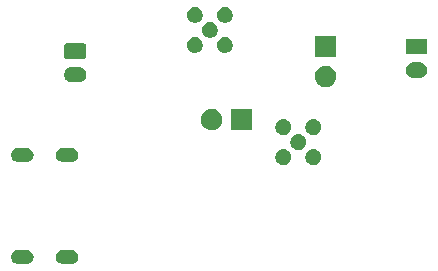
<source format=gbs>
G04 #@! TF.GenerationSoftware,KiCad,Pcbnew,(5.1.5-0)*
G04 #@! TF.CreationDate,2022-02-08T08:58:47-07:00*
G04 #@! TF.ProjectId,TPS61165-heater-v2,54505336-3131-4363-952d-686561746572,rev?*
G04 #@! TF.SameCoordinates,Original*
G04 #@! TF.FileFunction,Soldermask,Bot*
G04 #@! TF.FilePolarity,Negative*
%FSLAX46Y46*%
G04 Gerber Fmt 4.6, Leading zero omitted, Abs format (unit mm)*
G04 Created by KiCad (PCBNEW (5.1.5-0)) date 2022-02-08 08:58:47*
%MOMM*%
%LPD*%
G04 APERTURE LIST*
%ADD10C,0.100000*%
G04 APERTURE END LIST*
D10*
G36*
X122692818Y-84727696D02*
G01*
X122806105Y-84762062D01*
X122910512Y-84817869D01*
X123002027Y-84892973D01*
X123077131Y-84984488D01*
X123132938Y-85088895D01*
X123167304Y-85202182D01*
X123178907Y-85320000D01*
X123167304Y-85437818D01*
X123132938Y-85551105D01*
X123077131Y-85655512D01*
X123002027Y-85747027D01*
X122910512Y-85822131D01*
X122806105Y-85877938D01*
X122692818Y-85912304D01*
X122604519Y-85921000D01*
X121845481Y-85921000D01*
X121757182Y-85912304D01*
X121643895Y-85877938D01*
X121539488Y-85822131D01*
X121447973Y-85747027D01*
X121372869Y-85655512D01*
X121317062Y-85551105D01*
X121282696Y-85437818D01*
X121271093Y-85320000D01*
X121282696Y-85202182D01*
X121317062Y-85088895D01*
X121372869Y-84984488D01*
X121447973Y-84892973D01*
X121539488Y-84817869D01*
X121643895Y-84762062D01*
X121757182Y-84727696D01*
X121845481Y-84719000D01*
X122604519Y-84719000D01*
X122692818Y-84727696D01*
G37*
G36*
X118892818Y-84727696D02*
G01*
X119006105Y-84762062D01*
X119110512Y-84817869D01*
X119202027Y-84892973D01*
X119277131Y-84984488D01*
X119332938Y-85088895D01*
X119367304Y-85202182D01*
X119378907Y-85320000D01*
X119367304Y-85437818D01*
X119332938Y-85551105D01*
X119277131Y-85655512D01*
X119202027Y-85747027D01*
X119110512Y-85822131D01*
X119006105Y-85877938D01*
X118892818Y-85912304D01*
X118804519Y-85921000D01*
X118045481Y-85921000D01*
X117957182Y-85912304D01*
X117843895Y-85877938D01*
X117739488Y-85822131D01*
X117647973Y-85747027D01*
X117572869Y-85655512D01*
X117517062Y-85551105D01*
X117482696Y-85437818D01*
X117471093Y-85320000D01*
X117482696Y-85202182D01*
X117517062Y-85088895D01*
X117572869Y-84984488D01*
X117647973Y-84892973D01*
X117739488Y-84817869D01*
X117843895Y-84762062D01*
X117957182Y-84727696D01*
X118045481Y-84719000D01*
X118804519Y-84719000D01*
X118892818Y-84727696D01*
G37*
G36*
X143179300Y-76207595D02*
G01*
X143265724Y-76224786D01*
X143387838Y-76275367D01*
X143497738Y-76348800D01*
X143591200Y-76442262D01*
X143664633Y-76552162D01*
X143715214Y-76674276D01*
X143732405Y-76760700D01*
X143739788Y-76797816D01*
X143741000Y-76803912D01*
X143741000Y-76936088D01*
X143715214Y-77065724D01*
X143664633Y-77187838D01*
X143591200Y-77297738D01*
X143497738Y-77391200D01*
X143387838Y-77464633D01*
X143265724Y-77515214D01*
X143179300Y-77532405D01*
X143136089Y-77541000D01*
X143003911Y-77541000D01*
X142960700Y-77532405D01*
X142874276Y-77515214D01*
X142752162Y-77464633D01*
X142642262Y-77391200D01*
X142548800Y-77297738D01*
X142475367Y-77187838D01*
X142424786Y-77065724D01*
X142399000Y-76936088D01*
X142399000Y-76803912D01*
X142400213Y-76797816D01*
X142407595Y-76760700D01*
X142424786Y-76674276D01*
X142475367Y-76552162D01*
X142548800Y-76442262D01*
X142642262Y-76348800D01*
X142752162Y-76275367D01*
X142874276Y-76224786D01*
X142960700Y-76207595D01*
X143003911Y-76199000D01*
X143136089Y-76199000D01*
X143179300Y-76207595D01*
G37*
G36*
X140639300Y-76207595D02*
G01*
X140725724Y-76224786D01*
X140847838Y-76275367D01*
X140957738Y-76348800D01*
X141051200Y-76442262D01*
X141124633Y-76552162D01*
X141175214Y-76674276D01*
X141192405Y-76760700D01*
X141199788Y-76797816D01*
X141201000Y-76803912D01*
X141201000Y-76936088D01*
X141175214Y-77065724D01*
X141124633Y-77187838D01*
X141051200Y-77297738D01*
X140957738Y-77391200D01*
X140847838Y-77464633D01*
X140725724Y-77515214D01*
X140639300Y-77532405D01*
X140596089Y-77541000D01*
X140463911Y-77541000D01*
X140420700Y-77532405D01*
X140334276Y-77515214D01*
X140212162Y-77464633D01*
X140102262Y-77391200D01*
X140008800Y-77297738D01*
X139935367Y-77187838D01*
X139884786Y-77065724D01*
X139859000Y-76936088D01*
X139859000Y-76803912D01*
X139860213Y-76797816D01*
X139867595Y-76760700D01*
X139884786Y-76674276D01*
X139935367Y-76552162D01*
X140008800Y-76442262D01*
X140102262Y-76348800D01*
X140212162Y-76275367D01*
X140334276Y-76224786D01*
X140420700Y-76207595D01*
X140463911Y-76199000D01*
X140596089Y-76199000D01*
X140639300Y-76207595D01*
G37*
G36*
X122692818Y-76087696D02*
G01*
X122806105Y-76122062D01*
X122910512Y-76177869D01*
X123002027Y-76252973D01*
X123077131Y-76344488D01*
X123132938Y-76448895D01*
X123167304Y-76562182D01*
X123178907Y-76680000D01*
X123167304Y-76797818D01*
X123132938Y-76911105D01*
X123077131Y-77015512D01*
X123002027Y-77107027D01*
X122910512Y-77182131D01*
X122806105Y-77237938D01*
X122692818Y-77272304D01*
X122604519Y-77281000D01*
X121845481Y-77281000D01*
X121757182Y-77272304D01*
X121643895Y-77237938D01*
X121539488Y-77182131D01*
X121447973Y-77107027D01*
X121372869Y-77015512D01*
X121317062Y-76911105D01*
X121282696Y-76797818D01*
X121271093Y-76680000D01*
X121282696Y-76562182D01*
X121317062Y-76448895D01*
X121372869Y-76344488D01*
X121447973Y-76252973D01*
X121539488Y-76177869D01*
X121643895Y-76122062D01*
X121757182Y-76087696D01*
X121845481Y-76079000D01*
X122604519Y-76079000D01*
X122692818Y-76087696D01*
G37*
G36*
X118892818Y-76087696D02*
G01*
X119006105Y-76122062D01*
X119110512Y-76177869D01*
X119202027Y-76252973D01*
X119277131Y-76344488D01*
X119332938Y-76448895D01*
X119367304Y-76562182D01*
X119378907Y-76680000D01*
X119367304Y-76797818D01*
X119332938Y-76911105D01*
X119277131Y-77015512D01*
X119202027Y-77107027D01*
X119110512Y-77182131D01*
X119006105Y-77237938D01*
X118892818Y-77272304D01*
X118804519Y-77281000D01*
X118045481Y-77281000D01*
X117957182Y-77272304D01*
X117843895Y-77237938D01*
X117739488Y-77182131D01*
X117647973Y-77107027D01*
X117572869Y-77015512D01*
X117517062Y-76911105D01*
X117482696Y-76797818D01*
X117471093Y-76680000D01*
X117482696Y-76562182D01*
X117517062Y-76448895D01*
X117572869Y-76344488D01*
X117647973Y-76252973D01*
X117739488Y-76177869D01*
X117843895Y-76122062D01*
X117957182Y-76087696D01*
X118045481Y-76079000D01*
X118804519Y-76079000D01*
X118892818Y-76087696D01*
G37*
G36*
X141909300Y-74937595D02*
G01*
X141995724Y-74954786D01*
X142117838Y-75005367D01*
X142227738Y-75078800D01*
X142321200Y-75172262D01*
X142394633Y-75282162D01*
X142445214Y-75404276D01*
X142471000Y-75533912D01*
X142471000Y-75666088D01*
X142445214Y-75795724D01*
X142394633Y-75917838D01*
X142321200Y-76027738D01*
X142227738Y-76121200D01*
X142117838Y-76194633D01*
X141995724Y-76245214D01*
X141909300Y-76262405D01*
X141866089Y-76271000D01*
X141733911Y-76271000D01*
X141690700Y-76262405D01*
X141604276Y-76245214D01*
X141482162Y-76194633D01*
X141372262Y-76121200D01*
X141278800Y-76027738D01*
X141205367Y-75917838D01*
X141154786Y-75795724D01*
X141129000Y-75666088D01*
X141129000Y-75533912D01*
X141154786Y-75404276D01*
X141205367Y-75282162D01*
X141278800Y-75172262D01*
X141372262Y-75078800D01*
X141482162Y-75005367D01*
X141604276Y-74954786D01*
X141690700Y-74937595D01*
X141733911Y-74929000D01*
X141866089Y-74929000D01*
X141909300Y-74937595D01*
G37*
G36*
X140639300Y-73667595D02*
G01*
X140725724Y-73684786D01*
X140847838Y-73735367D01*
X140957738Y-73808800D01*
X141051200Y-73902262D01*
X141124633Y-74012162D01*
X141175214Y-74134276D01*
X141201000Y-74263912D01*
X141201000Y-74396088D01*
X141175214Y-74525724D01*
X141124633Y-74647838D01*
X141051200Y-74757738D01*
X140957738Y-74851200D01*
X140847838Y-74924633D01*
X140725724Y-74975214D01*
X140639300Y-74992405D01*
X140596089Y-75001000D01*
X140463911Y-75001000D01*
X140420700Y-74992405D01*
X140334276Y-74975214D01*
X140212162Y-74924633D01*
X140102262Y-74851200D01*
X140008800Y-74757738D01*
X139935367Y-74647838D01*
X139884786Y-74525724D01*
X139859000Y-74396088D01*
X139859000Y-74263912D01*
X139884786Y-74134276D01*
X139935367Y-74012162D01*
X140008800Y-73902262D01*
X140102262Y-73808800D01*
X140212162Y-73735367D01*
X140334276Y-73684786D01*
X140420700Y-73667595D01*
X140463911Y-73659000D01*
X140596089Y-73659000D01*
X140639300Y-73667595D01*
G37*
G36*
X143179300Y-73667595D02*
G01*
X143265724Y-73684786D01*
X143387838Y-73735367D01*
X143497738Y-73808800D01*
X143591200Y-73902262D01*
X143664633Y-74012162D01*
X143715214Y-74134276D01*
X143741000Y-74263912D01*
X143741000Y-74396088D01*
X143715214Y-74525724D01*
X143664633Y-74647838D01*
X143591200Y-74757738D01*
X143497738Y-74851200D01*
X143387838Y-74924633D01*
X143265724Y-74975214D01*
X143179300Y-74992405D01*
X143136089Y-75001000D01*
X143003911Y-75001000D01*
X142960700Y-74992405D01*
X142874276Y-74975214D01*
X142752162Y-74924633D01*
X142642262Y-74851200D01*
X142548800Y-74757738D01*
X142475367Y-74647838D01*
X142424786Y-74525724D01*
X142399000Y-74396088D01*
X142399000Y-74263912D01*
X142424786Y-74134276D01*
X142475367Y-74012162D01*
X142548800Y-73902262D01*
X142642262Y-73808800D01*
X142752162Y-73735367D01*
X142874276Y-73684786D01*
X142960700Y-73667595D01*
X143003911Y-73659000D01*
X143136089Y-73659000D01*
X143179300Y-73667595D01*
G37*
G36*
X137901000Y-74601000D02*
G01*
X136099000Y-74601000D01*
X136099000Y-72799000D01*
X137901000Y-72799000D01*
X137901000Y-74601000D01*
G37*
G36*
X134573512Y-72803927D02*
G01*
X134722812Y-72833624D01*
X134886784Y-72901544D01*
X135034354Y-73000147D01*
X135159853Y-73125646D01*
X135258456Y-73273216D01*
X135326376Y-73437188D01*
X135361000Y-73611259D01*
X135361000Y-73788741D01*
X135326376Y-73962812D01*
X135258456Y-74126784D01*
X135159853Y-74274354D01*
X135034354Y-74399853D01*
X134886784Y-74498456D01*
X134722812Y-74566376D01*
X134573512Y-74596073D01*
X134548742Y-74601000D01*
X134371258Y-74601000D01*
X134346488Y-74596073D01*
X134197188Y-74566376D01*
X134033216Y-74498456D01*
X133885646Y-74399853D01*
X133760147Y-74274354D01*
X133661544Y-74126784D01*
X133593624Y-73962812D01*
X133559000Y-73788741D01*
X133559000Y-73611259D01*
X133593624Y-73437188D01*
X133661544Y-73273216D01*
X133760147Y-73125646D01*
X133885646Y-73000147D01*
X134033216Y-72901544D01*
X134197188Y-72833624D01*
X134346488Y-72803927D01*
X134371258Y-72799000D01*
X134548742Y-72799000D01*
X134573512Y-72803927D01*
G37*
G36*
X144213512Y-69143927D02*
G01*
X144362812Y-69173624D01*
X144526784Y-69241544D01*
X144674354Y-69340147D01*
X144799853Y-69465646D01*
X144898456Y-69613216D01*
X144966376Y-69777188D01*
X145001000Y-69951259D01*
X145001000Y-70128741D01*
X144966376Y-70302812D01*
X144898456Y-70466784D01*
X144799853Y-70614354D01*
X144674354Y-70739853D01*
X144526784Y-70838456D01*
X144362812Y-70906376D01*
X144213512Y-70936073D01*
X144188742Y-70941000D01*
X144011258Y-70941000D01*
X143986488Y-70936073D01*
X143837188Y-70906376D01*
X143673216Y-70838456D01*
X143525646Y-70739853D01*
X143400147Y-70614354D01*
X143301544Y-70466784D01*
X143233624Y-70302812D01*
X143199000Y-70128741D01*
X143199000Y-69951259D01*
X143233624Y-69777188D01*
X143301544Y-69613216D01*
X143400147Y-69465646D01*
X143525646Y-69340147D01*
X143673216Y-69241544D01*
X143837188Y-69173624D01*
X143986488Y-69143927D01*
X144011258Y-69139000D01*
X144188742Y-69139000D01*
X144213512Y-69143927D01*
G37*
G36*
X123238855Y-69252140D02*
G01*
X123302618Y-69258420D01*
X123393404Y-69285960D01*
X123425336Y-69295646D01*
X123538425Y-69356094D01*
X123637554Y-69437446D01*
X123718906Y-69536575D01*
X123779354Y-69649664D01*
X123779355Y-69649668D01*
X123816580Y-69772382D01*
X123829149Y-69900000D01*
X123816580Y-70027618D01*
X123811639Y-70043905D01*
X123779354Y-70150336D01*
X123718906Y-70263425D01*
X123637554Y-70362554D01*
X123538425Y-70443906D01*
X123425336Y-70504354D01*
X123393404Y-70514040D01*
X123302618Y-70541580D01*
X123238855Y-70547860D01*
X123206974Y-70551000D01*
X122593026Y-70551000D01*
X122561145Y-70547860D01*
X122497382Y-70541580D01*
X122406596Y-70514040D01*
X122374664Y-70504354D01*
X122261575Y-70443906D01*
X122162446Y-70362554D01*
X122081094Y-70263425D01*
X122020646Y-70150336D01*
X121988361Y-70043905D01*
X121983420Y-70027618D01*
X121970851Y-69900000D01*
X121983420Y-69772382D01*
X122020645Y-69649668D01*
X122020646Y-69649664D01*
X122081094Y-69536575D01*
X122162446Y-69437446D01*
X122261575Y-69356094D01*
X122374664Y-69295646D01*
X122406596Y-69285960D01*
X122497382Y-69258420D01*
X122561145Y-69252140D01*
X122593026Y-69249000D01*
X123206974Y-69249000D01*
X123238855Y-69252140D01*
G37*
G36*
X152138855Y-68852140D02*
G01*
X152202618Y-68858420D01*
X152293404Y-68885960D01*
X152325336Y-68895646D01*
X152438425Y-68956094D01*
X152537554Y-69037446D01*
X152618906Y-69136575D01*
X152679354Y-69249664D01*
X152679355Y-69249668D01*
X152716580Y-69372382D01*
X152729149Y-69500000D01*
X152716580Y-69627618D01*
X152709892Y-69649664D01*
X152679354Y-69750336D01*
X152618906Y-69863425D01*
X152537554Y-69962554D01*
X152438425Y-70043906D01*
X152325336Y-70104354D01*
X152293404Y-70114040D01*
X152202618Y-70141580D01*
X152138855Y-70147860D01*
X152106974Y-70151000D01*
X151493026Y-70151000D01*
X151461145Y-70147860D01*
X151397382Y-70141580D01*
X151306596Y-70114040D01*
X151274664Y-70104354D01*
X151161575Y-70043906D01*
X151062446Y-69962554D01*
X150981094Y-69863425D01*
X150920646Y-69750336D01*
X150890108Y-69649664D01*
X150883420Y-69627618D01*
X150870851Y-69500000D01*
X150883420Y-69372382D01*
X150920645Y-69249668D01*
X150920646Y-69249664D01*
X150981094Y-69136575D01*
X151062446Y-69037446D01*
X151161575Y-68956094D01*
X151274664Y-68895646D01*
X151306596Y-68885960D01*
X151397382Y-68858420D01*
X151461145Y-68852140D01*
X151493026Y-68849000D01*
X152106974Y-68849000D01*
X152138855Y-68852140D01*
G37*
G36*
X123666242Y-67253404D02*
G01*
X123703337Y-67264657D01*
X123737515Y-67282925D01*
X123767481Y-67307519D01*
X123792075Y-67337485D01*
X123810343Y-67371663D01*
X123821596Y-67408758D01*
X123826000Y-67453474D01*
X123826000Y-68346526D01*
X123821596Y-68391242D01*
X123810343Y-68428337D01*
X123792075Y-68462515D01*
X123767481Y-68492481D01*
X123737515Y-68517075D01*
X123703337Y-68535343D01*
X123666242Y-68546596D01*
X123621526Y-68551000D01*
X122178474Y-68551000D01*
X122133758Y-68546596D01*
X122096663Y-68535343D01*
X122062485Y-68517075D01*
X122032519Y-68492481D01*
X122007925Y-68462515D01*
X121989657Y-68428337D01*
X121978404Y-68391242D01*
X121974000Y-68346526D01*
X121974000Y-67453474D01*
X121978404Y-67408758D01*
X121989657Y-67371663D01*
X122007925Y-67337485D01*
X122032519Y-67307519D01*
X122062485Y-67282925D01*
X122096663Y-67264657D01*
X122133758Y-67253404D01*
X122178474Y-67249000D01*
X123621526Y-67249000D01*
X123666242Y-67253404D01*
G37*
G36*
X145001000Y-68401000D02*
G01*
X143199000Y-68401000D01*
X143199000Y-66599000D01*
X145001000Y-66599000D01*
X145001000Y-68401000D01*
G37*
G36*
X152566242Y-66853404D02*
G01*
X152603337Y-66864657D01*
X152637515Y-66882925D01*
X152667481Y-66907519D01*
X152692075Y-66937485D01*
X152710343Y-66971663D01*
X152721596Y-67008758D01*
X152726000Y-67053474D01*
X152726000Y-67946526D01*
X152721596Y-67991242D01*
X152710343Y-68028337D01*
X152692075Y-68062515D01*
X152667481Y-68092481D01*
X152637515Y-68117075D01*
X152603337Y-68135343D01*
X152566242Y-68146596D01*
X152521526Y-68151000D01*
X151078474Y-68151000D01*
X151033758Y-68146596D01*
X150996663Y-68135343D01*
X150962485Y-68117075D01*
X150932519Y-68092481D01*
X150907925Y-68062515D01*
X150889657Y-68028337D01*
X150878404Y-67991242D01*
X150874000Y-67946526D01*
X150874000Y-67053474D01*
X150878404Y-67008758D01*
X150889657Y-66971663D01*
X150907925Y-66937485D01*
X150932519Y-66907519D01*
X150962485Y-66882925D01*
X150996663Y-66864657D01*
X151033758Y-66853404D01*
X151078474Y-66849000D01*
X152521526Y-66849000D01*
X152566242Y-66853404D01*
G37*
G36*
X135679300Y-66707595D02*
G01*
X135765724Y-66724786D01*
X135887838Y-66775367D01*
X135997738Y-66848800D01*
X136091200Y-66942262D01*
X136164633Y-67052162D01*
X136215214Y-67174276D01*
X136215214Y-67174278D01*
X136239171Y-67294714D01*
X136241000Y-67303912D01*
X136241000Y-67436088D01*
X136215214Y-67565724D01*
X136164633Y-67687838D01*
X136091200Y-67797738D01*
X135997738Y-67891200D01*
X135887838Y-67964633D01*
X135765724Y-68015214D01*
X135689132Y-68030449D01*
X135636089Y-68041000D01*
X135503911Y-68041000D01*
X135450868Y-68030449D01*
X135374276Y-68015214D01*
X135252162Y-67964633D01*
X135142262Y-67891200D01*
X135048800Y-67797738D01*
X134975367Y-67687838D01*
X134924786Y-67565724D01*
X134899000Y-67436088D01*
X134899000Y-67303912D01*
X134900830Y-67294714D01*
X134924786Y-67174278D01*
X134924786Y-67174276D01*
X134975367Y-67052162D01*
X135048800Y-66942262D01*
X135142262Y-66848800D01*
X135252162Y-66775367D01*
X135374276Y-66724786D01*
X135460700Y-66707595D01*
X135503911Y-66699000D01*
X135636089Y-66699000D01*
X135679300Y-66707595D01*
G37*
G36*
X133139300Y-66707595D02*
G01*
X133225724Y-66724786D01*
X133347838Y-66775367D01*
X133457738Y-66848800D01*
X133551200Y-66942262D01*
X133624633Y-67052162D01*
X133675214Y-67174276D01*
X133675214Y-67174278D01*
X133699171Y-67294714D01*
X133701000Y-67303912D01*
X133701000Y-67436088D01*
X133675214Y-67565724D01*
X133624633Y-67687838D01*
X133551200Y-67797738D01*
X133457738Y-67891200D01*
X133347838Y-67964633D01*
X133225724Y-68015214D01*
X133149132Y-68030449D01*
X133096089Y-68041000D01*
X132963911Y-68041000D01*
X132910868Y-68030449D01*
X132834276Y-68015214D01*
X132712162Y-67964633D01*
X132602262Y-67891200D01*
X132508800Y-67797738D01*
X132435367Y-67687838D01*
X132384786Y-67565724D01*
X132359000Y-67436088D01*
X132359000Y-67303912D01*
X132360830Y-67294714D01*
X132384786Y-67174278D01*
X132384786Y-67174276D01*
X132435367Y-67052162D01*
X132508800Y-66942262D01*
X132602262Y-66848800D01*
X132712162Y-66775367D01*
X132834276Y-66724786D01*
X132920700Y-66707595D01*
X132963911Y-66699000D01*
X133096089Y-66699000D01*
X133139300Y-66707595D01*
G37*
G36*
X134409300Y-65437595D02*
G01*
X134495724Y-65454786D01*
X134617838Y-65505367D01*
X134727738Y-65578800D01*
X134821200Y-65672262D01*
X134894633Y-65782162D01*
X134945214Y-65904276D01*
X134971000Y-66033912D01*
X134971000Y-66166088D01*
X134945214Y-66295724D01*
X134894633Y-66417838D01*
X134821200Y-66527738D01*
X134727738Y-66621200D01*
X134617838Y-66694633D01*
X134495724Y-66745214D01*
X134409300Y-66762405D01*
X134366089Y-66771000D01*
X134233911Y-66771000D01*
X134190700Y-66762405D01*
X134104276Y-66745214D01*
X133982162Y-66694633D01*
X133872262Y-66621200D01*
X133778800Y-66527738D01*
X133705367Y-66417838D01*
X133654786Y-66295724D01*
X133629000Y-66166088D01*
X133629000Y-66033912D01*
X133654786Y-65904276D01*
X133705367Y-65782162D01*
X133778800Y-65672262D01*
X133872262Y-65578800D01*
X133982162Y-65505367D01*
X134104276Y-65454786D01*
X134190700Y-65437595D01*
X134233911Y-65429000D01*
X134366089Y-65429000D01*
X134409300Y-65437595D01*
G37*
G36*
X135679300Y-64167595D02*
G01*
X135765724Y-64184786D01*
X135887838Y-64235367D01*
X135997738Y-64308800D01*
X136091200Y-64402262D01*
X136164633Y-64512162D01*
X136215214Y-64634276D01*
X136241000Y-64763912D01*
X136241000Y-64896088D01*
X136215214Y-65025724D01*
X136164633Y-65147838D01*
X136091200Y-65257738D01*
X135997738Y-65351200D01*
X135887838Y-65424633D01*
X135765724Y-65475214D01*
X135679300Y-65492405D01*
X135636089Y-65501000D01*
X135503911Y-65501000D01*
X135460700Y-65492405D01*
X135374276Y-65475214D01*
X135252162Y-65424633D01*
X135142262Y-65351200D01*
X135048800Y-65257738D01*
X134975367Y-65147838D01*
X134924786Y-65025724D01*
X134899000Y-64896088D01*
X134899000Y-64763912D01*
X134924786Y-64634276D01*
X134975367Y-64512162D01*
X135048800Y-64402262D01*
X135142262Y-64308800D01*
X135252162Y-64235367D01*
X135374276Y-64184786D01*
X135460700Y-64167595D01*
X135503911Y-64159000D01*
X135636089Y-64159000D01*
X135679300Y-64167595D01*
G37*
G36*
X133139300Y-64167595D02*
G01*
X133225724Y-64184786D01*
X133347838Y-64235367D01*
X133457738Y-64308800D01*
X133551200Y-64402262D01*
X133624633Y-64512162D01*
X133675214Y-64634276D01*
X133701000Y-64763912D01*
X133701000Y-64896088D01*
X133675214Y-65025724D01*
X133624633Y-65147838D01*
X133551200Y-65257738D01*
X133457738Y-65351200D01*
X133347838Y-65424633D01*
X133225724Y-65475214D01*
X133139300Y-65492405D01*
X133096089Y-65501000D01*
X132963911Y-65501000D01*
X132920700Y-65492405D01*
X132834276Y-65475214D01*
X132712162Y-65424633D01*
X132602262Y-65351200D01*
X132508800Y-65257738D01*
X132435367Y-65147838D01*
X132384786Y-65025724D01*
X132359000Y-64896088D01*
X132359000Y-64763912D01*
X132384786Y-64634276D01*
X132435367Y-64512162D01*
X132508800Y-64402262D01*
X132602262Y-64308800D01*
X132712162Y-64235367D01*
X132834276Y-64184786D01*
X132920700Y-64167595D01*
X132963911Y-64159000D01*
X133096089Y-64159000D01*
X133139300Y-64167595D01*
G37*
M02*

</source>
